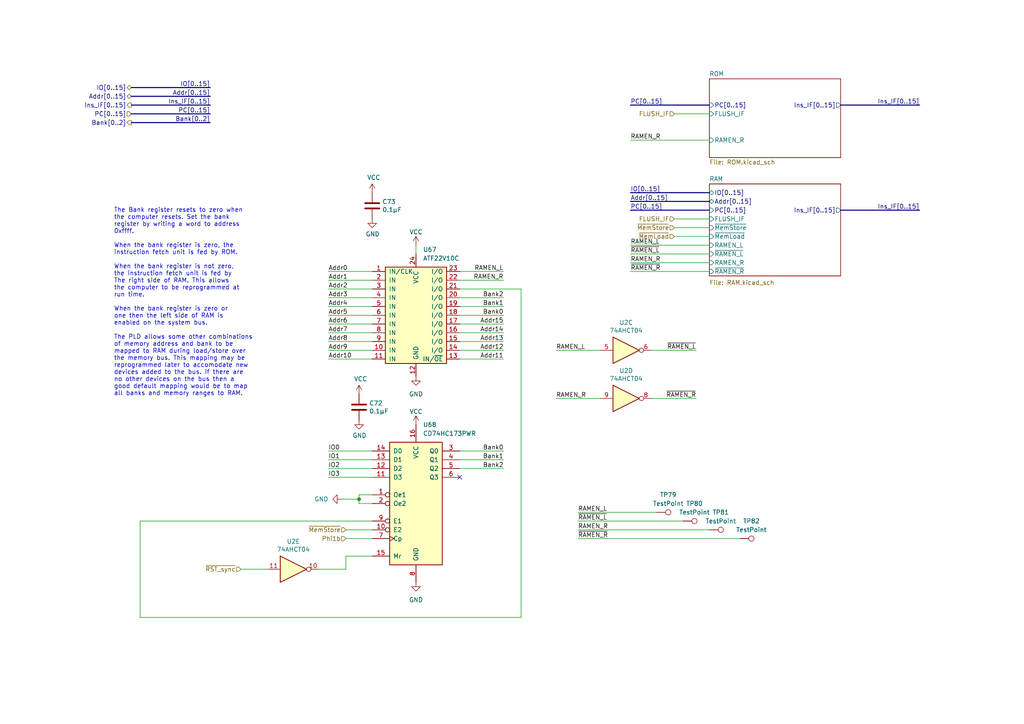
<source format=kicad_sch>
(kicad_sch (version 20230121) (generator eeschema)
  (paper "A4")
  (title_block (date "2023-11-20") (rev "A"))
  (lib_symbols
    (symbol "74xx:74LS04"
      (property "Reference" "U" (at 0 1.27 0))
      (property "Value" "74LS04" (at 0 -1.27 0))
      (symbol "74LS04_1_0"
        (polyline (pts (xy -3.81 3.81) (xy -3.81 -3.81) (xy 3.81 0) (xy -3.81 3.81)) (stroke (width 0.254)) (fill (type background)))
        (pin input line (at -7.62 0 0) (length 3.81) (name "~") (number "1"))
        (pin output inverted (at 7.62 0 180) (length 3.81) (name "~") (number "2"))
      )
      (symbol "74LS04_2_0"
        (polyline (pts (xy -3.81 3.81) (xy -3.81 -3.81) (xy 3.81 0) (xy -3.81 3.81)) (stroke (width 0.254)) (fill (type background)))
        (pin input line (at -7.62 0 0) (length 3.81) (name "~") (number "3"))
        (pin output inverted (at 7.62 0 180) (length 3.81) (name "~") (number "4"))
      )
      (symbol "74LS04_3_0"
        (polyline (pts (xy -3.81 3.81) (xy -3.81 -3.81) (xy 3.81 0) (xy -3.81 3.81)) (stroke (width 0.254)) (fill (type background)))
        (pin input line (at -7.62 0 0) (length 3.81) (name "~") (number "5"))
        (pin output inverted (at 7.62 0 180) (length 3.81) (name "~") (number "6"))
      )
      (symbol "74LS04_4_0"
        (polyline (pts (xy -3.81 3.81) (xy -3.81 -3.81) (xy 3.81 0) (xy -3.81 3.81)) (stroke (width 0.254)) (fill (type background)))
        (pin output inverted (at 7.62 0 180) (length 3.81) (name "~") (number "8"))
        (pin input line (at -7.62 0 0) (length 3.81) (name "~") (number "9"))
      )
      (symbol "74LS04_5_0"
        (polyline (pts (xy -3.81 3.81) (xy -3.81 -3.81) (xy 3.81 0) (xy -3.81 3.81)) (stroke (width 0.254)) (fill (type background)))
        (pin output inverted (at 7.62 0 180) (length 3.81) (name "~") (number "10"))
        (pin input line (at -7.62 0 0) (length 3.81) (name "~") (number "11"))
      )
      (symbol "74LS04_6_0"
        (polyline (pts (xy -3.81 3.81) (xy -3.81 -3.81) (xy 3.81 0) (xy -3.81 3.81)) (stroke (width 0.254)) (fill (type background)))
        (pin output inverted (at 7.62 0 180) (length 3.81) (name "~") (number "12"))
        (pin input line (at -7.62 0 0) (length 3.81) (name "~") (number "13"))
      )
      (symbol "74LS04_7_0"
        (pin power_in line (at 0 12.7 270) (length 5.08) (name "VCC") (number "14"))
        (pin power_in line (at 0 -12.7 90) (length 5.08) (name "GND") (number "7"))
      )
      (symbol "74LS04_7_1"
        (rectangle (start -5.08 7.62) (end 5.08 -7.62) (stroke (width 0.254)) (fill (type background)))
      )
    )
    (symbol "74xx:74LS173" (pin_names (offset 1.016))
      (property "Reference" "U" (at -7.62 19.05 0))
      (property "Value" "74LS173" (at -7.62 -19.05 0))
      (symbol "74LS173_1_0"
        (pin input inverted (at -12.7 2.54 0) (length 5.08) (name "Oe1") (number "1"))
        (pin input inverted (at -12.7 -7.62 0) (length 5.08) (name "E2") (number "10"))
        (pin input line (at -12.7 7.62 0) (length 5.08) (name "D3") (number "11"))
        (pin input line (at -12.7 10.16 0) (length 5.08) (name "D2") (number "12"))
        (pin input line (at -12.7 12.7 0) (length 5.08) (name "D1") (number "13"))
        (pin input line (at -12.7 15.24 0) (length 5.08) (name "D0") (number "14"))
        (pin input line (at -12.7 -15.24 0) (length 5.08) (name "Mr") (number "15"))
        (pin power_in line (at 0 22.86 270) (length 5.08) (name "VCC") (number "16"))
        (pin input inverted (at -12.7 0 0) (length 5.08) (name "Oe2") (number "2"))
        (pin tri_state line (at 12.7 15.24 180) (length 5.08) (name "Q0") (number "3"))
        (pin tri_state line (at 12.7 12.7 180) (length 5.08) (name "Q1") (number "4"))
        (pin tri_state line (at 12.7 10.16 180) (length 5.08) (name "Q2") (number "5"))
        (pin tri_state line (at 12.7 7.62 180) (length 5.08) (name "Q3") (number "6"))
        (pin input clock (at -12.7 -10.16 0) (length 5.08) (name "Cp") (number "7"))
        (pin power_in line (at 0 -22.86 90) (length 5.08) (name "GND") (number "8"))
        (pin input inverted (at -12.7 -5.08 0) (length 5.08) (name "E1") (number "9"))
      )
      (symbol "74LS173_1_1"
        (rectangle (start -7.62 17.78) (end 7.62 -17.78) (stroke (width 0.254)) (fill (type background)))
      )
    )
    (symbol "Connector:TestPoint" (pin_numbers hide) (pin_names (offset 0.762) hide)
      (property "Reference" "TP" (at 0 6.858 0))
      (property "Value" "TestPoint" (at 0 5.08 0))
      (symbol "TestPoint_0_1"
        (circle (center 0 3.302) (radius 0.762))
      )
      (symbol "TestPoint_1_1"
        (pin passive line (at 0 0 90) (length 2.54) (name "1") (number "1"))
      )
    )
    (symbol "Device:C" (pin_numbers hide) (pin_names (offset 0.254))
      (property "Reference" "C" (at 0.635 2.54 0))
      (property "Value" "C" (at 0.635 -2.54 0))
      (symbol "C_0_1"
        (polyline (pts (xy -2.032 -0.762) (xy 2.032 -0.762)) (stroke (width 0.508)))
        (polyline (pts (xy -2.032 0.762) (xy 2.032 0.762)) (stroke (width 0.508)))
      )
      (symbol "C_1_1"
        (pin passive line (at 0 3.81 270) (length 2.794) (name "~") (number "1"))
        (pin passive line (at 0 -3.81 90) (length 2.794) (name "~") (number "2"))
      )
    )
    (symbol "MEMModule-rescue:ATF22V10C-Logic_Programmable" (pin_names (offset 1.016))
      (property "Reference" "U" (at -7.62 17.78 0))
      (property "Value" "ATF22V10C-Logic_Programmable" (at -7.62 15.24 0))
      (symbol "ATF22V10C-Logic_Programmable_1_1"
        (rectangle (start -8.89 -15.24) (end 8.89 12.7) (stroke (width 0.254)) (fill (type background)))
        (pin input line (at -12.7 11.43 0) (length 3.81) (name "IN/CLK") (number "1"))
        (pin input line (at -12.7 -11.43 0) (length 3.81) (name "IN") (number "10"))
        (pin input line (at -12.7 -13.97 0) (length 3.81) (name "IN") (number "11"))
        (pin power_in line (at 0 -19.05 90) (length 3.81) (name "GND") (number "12"))
        (pin input line (at 12.7 -13.97 180) (length 3.81) (name "IN/~{OE}") (number "13"))
        (pin passive line (at 12.7 -11.43 180) (length 3.81) (name "I/O") (number "14"))
        (pin passive line (at 12.7 -8.89 180) (length 3.81) (name "I/O") (number "15"))
        (pin passive line (at 12.7 -6.35 180) (length 3.81) (name "I/O") (number "16"))
        (pin passive line (at 12.7 -3.81 180) (length 3.81) (name "I/O") (number "17"))
        (pin passive line (at 12.7 -1.27 180) (length 3.81) (name "I/O") (number "18"))
        (pin passive line (at 12.7 1.27 180) (length 3.81) (name "I/O") (number "19"))
        (pin input line (at -12.7 8.89 0) (length 3.81) (name "IN") (number "2"))
        (pin passive line (at 12.7 3.81 180) (length 3.81) (name "I/O") (number "20"))
        (pin passive line (at 12.7 6.35 180) (length 3.81) (name "I/O") (number "21"))
        (pin passive line (at 12.7 8.89 180) (length 3.81) (name "I/O") (number "22"))
        (pin passive line (at 12.7 11.43 180) (length 3.81) (name "I/O") (number "23"))
        (pin power_in line (at 0 16.51 270) (length 3.81) (name "VCC") (number "24"))
        (pin input line (at -12.7 6.35 0) (length 3.81) (name "IN") (number "3"))
        (pin input line (at -12.7 3.81 0) (length 3.81) (name "IN") (number "4"))
        (pin input line (at -12.7 1.27 0) (length 3.81) (name "IN") (number "5"))
        (pin input line (at -12.7 -1.27 0) (length 3.81) (name "IN") (number "6"))
        (pin input line (at -12.7 -3.81 0) (length 3.81) (name "IN") (number "7"))
        (pin input line (at -12.7 -6.35 0) (length 3.81) (name "IN") (number "8"))
        (pin input line (at -12.7 -8.89 0) (length 3.81) (name "IN") (number "9"))
      )
    )
    (symbol "power:GND" (power) (pin_names (offset 0))
      (property "Value" "GND" (at 0 -3.81 0))
      (symbol "GND_0_1"
        (polyline (pts (xy 0 0) (xy 0 -1.27) (xy 1.27 -1.27) (xy 0 -2.54) (xy -1.27 -1.27) (xy 0 -1.27)))
      )
      (symbol "GND_1_1"
        (pin power_in line (at 0 0 270) (length 0) hide (name "GND") (number "1"))
      )
    )
    (symbol "power:VCC" (power) (pin_names (offset 0))
      (property "Value" "VCC" (at 0 3.81 0))
      (symbol "VCC_0_1"
        (polyline (pts (xy -0.762 1.27) (xy 0 2.54)))
        (polyline (pts (xy 0 0) (xy 0 2.54)))
        (polyline (pts (xy 0 2.54) (xy 0.762 1.27)))
      )
      (symbol "VCC_1_1"
        (pin power_in line (at 0 0 90) (length 0) hide (name "VCC") (number "1"))
      )
    )
  )
  (junction (at 104.14 144.78))
  (no_connect (at 133.35 138.43))
  (wire (pts (xy 146.05 135.89) (xy 133.35 135.89)))
  (bus (pts (xy 243.84 60.96) (xy 266.7 60.96)))
  (wire (pts (xy 104.14 144.78) (xy 104.14 146.05)))
  (wire (pts (xy 95.25 135.89) (xy 107.95 135.89)))
  (wire (pts (xy 95.25 88.9) (xy 107.95 88.9)))
  (wire (pts (xy 146.05 78.74) (xy 133.35 78.74)))
  (bus (pts (xy 38.1 33.02) (xy 60.96 33.02)))
  (wire (pts (xy 100.33 165.1) (xy 100.33 161.29)))
  (bus (pts (xy 205.74 30.48) (xy 182.88 30.48)))
  (wire (pts (xy 95.25 138.43) (xy 107.95 138.43)))
  (wire (pts (xy 40.64 151.13) (xy 107.95 151.13)))
  (wire (pts (xy 95.25 133.35) (xy 107.95 133.35)))
  (bus (pts (xy 205.74 60.96) (xy 182.88 60.96)))
  (wire (pts (xy 95.25 130.81) (xy 107.95 130.81)))
  (wire (pts (xy 201.93 115.57) (xy 189.23 115.57)))
  (wire (pts (xy 182.88 40.64) (xy 205.74 40.64)))
  (wire (pts (xy 95.25 91.44) (xy 107.95 91.44)))
  (wire (pts (xy 146.05 91.44) (xy 133.35 91.44)))
  (wire (pts (xy 146.05 86.36) (xy 133.35 86.36)))
  (wire (pts (xy 146.05 104.14) (xy 133.35 104.14)))
  (wire (pts (xy 69.85 165.1) (xy 77.47 165.1)))
  (wire (pts (xy 95.25 81.28) (xy 107.95 81.28)))
  (wire (pts (xy 146.05 88.9) (xy 133.35 88.9)))
  (wire (pts (xy 99.06 144.78) (xy 104.14 144.78)))
  (wire (pts (xy 182.88 73.66) (xy 205.74 73.66)))
  (wire (pts (xy 146.05 133.35) (xy 133.35 133.35)))
  (bus (pts (xy 38.1 35.56) (xy 60.96 35.56)))
  (wire (pts (xy 95.25 101.6) (xy 107.95 101.6)))
  (wire (pts (xy 167.64 156.21) (xy 214.63 156.21)))
  (wire (pts (xy 195.58 68.58) (xy 205.74 68.58)))
  (wire (pts (xy 40.64 151.13) (xy 40.64 179.07)))
  (bus (pts (xy 205.74 55.88) (xy 182.88 55.88)))
  (wire (pts (xy 104.14 146.05) (xy 107.95 146.05)))
  (wire (pts (xy 151.13 83.82) (xy 151.13 179.07)))
  (wire (pts (xy 146.05 101.6) (xy 133.35 101.6)))
  (wire (pts (xy 133.35 83.82) (xy 151.13 83.82)))
  (bus (pts (xy 38.1 30.48) (xy 60.96 30.48)))
  (wire (pts (xy 146.05 99.06) (xy 133.35 99.06)))
  (bus (pts (xy 205.74 58.42) (xy 182.88 58.42)))
  (wire (pts (xy 195.58 33.02) (xy 205.74 33.02)))
  (wire (pts (xy 95.25 83.82) (xy 107.95 83.82)))
  (wire (pts (xy 146.05 81.28) (xy 133.35 81.28)))
  (wire (pts (xy 146.05 93.98) (xy 133.35 93.98)))
  (wire (pts (xy 182.88 78.74) (xy 205.74 78.74)))
  (wire (pts (xy 95.25 99.06) (xy 107.95 99.06)))
  (wire (pts (xy 95.25 104.14) (xy 107.95 104.14)))
  (wire (pts (xy 95.25 78.74) (xy 107.95 78.74)))
  (wire (pts (xy 92.71 165.1) (xy 100.33 165.1)))
  (wire (pts (xy 100.33 161.29) (xy 107.95 161.29)))
  (wire (pts (xy 120.65 71.12) (xy 120.65 73.66)))
  (wire (pts (xy 100.33 153.67) (xy 107.95 153.67)))
  (wire (pts (xy 95.25 96.52) (xy 107.95 96.52)))
  (wire (pts (xy 100.33 156.21) (xy 107.95 156.21)))
  (wire (pts (xy 182.88 71.12) (xy 205.74 71.12)))
  (wire (pts (xy 167.64 148.59) (xy 190.5 148.59)))
  (wire (pts (xy 95.25 86.36) (xy 107.95 86.36)))
  (wire (pts (xy 95.25 93.98) (xy 107.95 93.98)))
  (wire (pts (xy 195.58 63.5) (xy 205.74 63.5)))
  (wire (pts (xy 201.93 101.6) (xy 189.23 101.6)))
  (wire (pts (xy 167.64 151.13) (xy 198.12 151.13)))
  (bus (pts (xy 38.1 25.4) (xy 60.96 25.4)))
  (wire (pts (xy 146.05 130.81) (xy 133.35 130.81)))
  (wire (pts (xy 40.64 179.07) (xy 151.13 179.07)))
  (wire (pts (xy 167.64 153.67) (xy 205.74 153.67)))
  (wire (pts (xy 104.14 143.51) (xy 104.14 144.78)))
  (wire (pts (xy 161.29 101.6) (xy 173.99 101.6)))
  (bus (pts (xy 38.1 27.94) (xy 60.96 27.94)))
  (wire (pts (xy 107.95 143.51) (xy 104.14 143.51)))
  (wire (pts (xy 146.05 96.52) (xy 133.35 96.52)))
  (wire (pts (xy 182.88 76.2) (xy 205.74 76.2)))
  (bus (pts (xy 243.84 30.48) (xy 266.7 30.48)))
  (wire (pts (xy 161.29 115.57) (xy 173.99 115.57)))
  (wire (pts (xy 195.58 66.04) (xy 205.74 66.04)))
  (text "The Bank register resets to zero when\nthe computer resets. Set the bank\nregister by writing a word to address\n0xffff.\n\nWhen the bank register is zero, the\ninstruction fetch unit is fed by ROM.\n\nWhen the bank register is not zero,\nthe instruction fetch unit is fed by\nThe right side of RAM. This allows\nthe computer to be reprogrammed at\nrun time.\n\nWhen the bank register is zero or\none then the left side of RAM is\nenabled on the system bus.\n\nThe PLD allows some other combinations\nof memory address and bank to be\nmapped to RAM during load/store over\nthe memory bus. This mapping may be\nreprogrammed later to accomodate new\ndevices added to the bus. If there are\nno other devices on the bus then a\ngood default mapping would be to map\nall banks and memory ranges to RAM." (at 33.02 114.935 0) (effects (font (size 1.27 1.27)) (justify left bottom)))
  (label "Addr15" (at 146.05 93.98 180))
  (label "~{RAMEN_L}" (at 182.88 73.66 0))
  (label "Addr7" (at 95.25 96.52 0))
  (label "Addr1" (at 95.25 81.28 0))
  (label "RAMEN_L" (at 167.64 148.59 0))
  (label "~{RAMEN_R}" (at 167.64 156.21 0))
  (label "RAMEN_L" (at 182.88 71.12 0))
  (label "Addr9" (at 95.25 101.6 0))
  (label "PC[0..15]" (at 182.88 30.48 0))
  (label "Addr13" (at 146.05 99.06 180))
  (label "RAMEN_R" (at 167.64 153.67 0))
  (label "Addr14" (at 146.05 96.52 180))
  (label "~{RAMEN_R}" (at 201.93 115.57 180))
  (label "Bank0" (at 146.05 91.44 180))
  (label "Addr[0..15]" (at 182.88 58.42 0))
  (label "Bank1" (at 146.05 133.35 180))
  (label "Addr3" (at 95.25 86.36 0))
  (label "Bank[0..2]" (at 60.96 35.56 180))
  (label "Addr6" (at 95.25 93.98 0))
  (label "Ins_IF[0..15]" (at 266.7 30.48 180))
  (label "RAMEN_L" (at 161.29 101.6 0))
  (label "RAMEN_R" (at 182.88 76.2 0))
  (label "IO2" (at 95.25 135.89 0))
  (label "Addr11" (at 146.05 104.14 180))
  (label "~{RAMEN_L}" (at 201.93 101.6 180))
  (label "Ins_IF[0..15]" (at 60.96 30.48 180))
  (label "~{RAMEN_L}" (at 167.64 151.13 0))
  (label "Addr10" (at 95.25 104.14 0))
  (label "Addr5" (at 95.25 91.44 0))
  (label "Ins_IF[0..15]" (at 266.7 60.96 180))
  (label "Bank0" (at 146.05 130.81 180))
  (label "Addr0" (at 95.25 78.74 0))
  (label "IO[0..15]" (at 60.96 25.4 180))
  (label "PC[0..15]" (at 60.96 33.02 180))
  (label "Addr8" (at 95.25 99.06 0))
  (label "Addr2" (at 95.25 83.82 0))
  (label "Bank2" (at 146.05 86.36 180))
  (label "RAMEN_R" (at 146.05 81.28 180))
  (label "Addr4" (at 95.25 88.9 0))
  (label "IO1" (at 95.25 133.35 0))
  (label "Bank1" (at 146.05 88.9 180))
  (label "IO[0..15]" (at 182.88 55.88 0))
  (label "Bank2" (at 146.05 135.89 180))
  (label "PC[0..15]" (at 182.88 60.96 0))
  (label "RAMEN_R" (at 161.29 115.57 0))
  (label "RAMEN_R" (at 182.88 40.64 0))
  (label "IO0" (at 95.25 130.81 0))
  (label "RAMEN_L" (at 146.05 78.74 180))
  (label "IO3" (at 95.25 138.43 0))
  (label "Addr[0..15]" (at 60.96 27.94 180))
  (label "~{RAMEN_R}" (at 182.88 78.74 0))
  (label "Addr12" (at 146.05 101.6 180))
  (hierarchical_label "Phi1b" (shape input) (at 100.33 156.21 180))
  (hierarchical_label "PC[0..15]" (shape input) (at 38.1 33.02 180))
  (hierarchical_label "~{MemStore}" (shape input) (at 100.33 153.67 180))
  (hierarchical_label "IO[0..15]" (shape tri_state) (at 38.1 25.4 180))
  (hierarchical_label "~{RST_sync}" (shape input) (at 69.85 165.1 180))
  (hierarchical_label "Addr[0..15]" (shape tri_state) (at 38.1 27.94 180))
  (hierarchical_label "Bank[0..2]" (shape output) (at 38.1 35.56 180))
  (hierarchical_label "~{MemStore}" (shape input) (at 195.58 66.04 180))
  (hierarchical_label "FLUSH_IF" (shape input) (at 195.58 33.02 180))
  (hierarchical_label "Ins_IF[0..15]" (shape output) (at 38.1 30.48 180))
  (hierarchical_label "~{MemLoad}" (shape input) (at 195.58 68.58 180))
  (hierarchical_label "FLUSH_IF" (shape input) (at 195.58 63.5 180))
  (symbol (lib_id "MEMModule-rescue:ATF22V10C-Logic_Programmable") (at 120.65 90.17 0) (unit 1)
    (property "Reference" "U67" (at 122.6694 72.39 0) (effects (justify left)))
    (property "Value" "ATF22V10C" (at 122.6694 74.93 0) (effects (justify left)))
    (property "Footprint" "Package_DIP:DIP-24_W7.62mm_Socket" (effects hide))
  )
  (symbol (lib_id "power:GND") (at 104.14 121.92 0) (unit 1)
    (property "Reference" "#PWR0406" (effects hide))
    (property "Value" "GND" (at 104.267 126.3142 0))
  )
  (symbol (lib_id "74xx:74LS04") (at 181.61 115.57 0) (unit 4)
    (property "Reference" "U2" (at 181.61 107.5182 0))
    (property "Value" "74AHCT04" (at 181.61 109.8296 0))
    (property "Footprint" "Package_SO:TSSOP-14_4.4x5mm_P0.65mm" (effects hide))
    (property "Datasheet" "https://www.mouser.com/datasheet/2/916/74AHCT04A-1545508.pdf" (effects hide))
    (property "Mouser" "https://www.mouser.com/ProductDetail/Nexperia/74AHCT04APWJ?qs=5aG0NVq1C4yf8jbQquj09Q==" (effects hide))
    (instances (project "ProcessorBoard" (path "" (reference "U2") (unit 4)) (path "" (reference "U66") (unit 4))))
  )
  (symbol (lib_id "power:GND") (at 99.06 144.78 270) (unit 1)
    (property "Reference" "#PWR0404" (effects hide))
    (property "Value" "GND" (at 95.25 144.7799 90) (effects (justify right)))
  )
  (symbol (lib_id "Device:C") (at 107.95 59.69 0) (unit 1)
    (property "Reference" "C73" (at 110.871 58.5216 0) (effects (justify left)))
    (property "Value" "0.1μF" (at 110.871 60.833 0) (effects (justify left)))
    (property "Footprint" "Capacitor_SMD:C_0603_1608Metric_Pad1.08x0.95mm_HandSolder" (effects hide))
    (property "Mouser" "https://www.mouser.com/ProductDetail/963-EMK107B7104KAHT" (effects hide))
  )
  (symbol (lib_id "Device:C") (at 104.14 118.11 0) (unit 1)
    (property "Reference" "C72" (at 107.061 116.9416 0) (effects (justify left)))
    (property "Value" "0.1μF" (at 107.061 119.253 0) (effects (justify left)))
    (property "Footprint" "Capacitor_SMD:C_0603_1608Metric_Pad1.08x0.95mm_HandSolder" (effects hide))
    (property "Mouser" "https://www.mouser.com/ProductDetail/963-EMK107B7104KAHT" (effects hide))
  )
  (symbol (lib_id "Connector:TestPoint") (at 214.63 156.21 270) (mirror x) (unit 1)
    (property "Reference" "TP82" (at 217.932 151.13 90))
    (property "Value" "TestPoint" (at 217.932 153.67 90))
    (property "Footprint" "TestPoint:TestPoint_Pad_D1.0mm" (effects hide))
  )
  (symbol (lib_id "74xx:74LS04") (at 85.09 165.1 0) (unit 5)
    (property "Reference" "U2" (at 85.09 157.0482 0))
    (property "Value" "74AHCT04" (at 85.09 159.3596 0))
    (property "Footprint" "Package_SO:TSSOP-14_4.4x5mm_P0.65mm" (effects hide))
    (property "Datasheet" "https://www.mouser.com/datasheet/2/916/74AHCT04A-1545508.pdf" (effects hide))
    (property "Mouser" "https://www.mouser.com/ProductDetail/Nexperia/74AHCT04APWJ?qs=5aG0NVq1C4yf8jbQquj09Q==" (effects hide))
    (instances (project "ProcessorBoard" (path "" (reference "U2") (unit 5)) (path "" (reference "U66") (unit 5))))
  )
  (symbol (lib_id "74xx:74LS04") (at 181.61 101.6 0) (unit 3)
    (property "Reference" "U2" (at 181.61 93.5482 0))
    (property "Value" "74AHCT04" (at 181.61 95.8596 0))
    (property "Footprint" "Package_SO:TSSOP-14_4.4x5mm_P0.65mm" (effects hide))
    (property "Datasheet" "https://www.mouser.com/datasheet/2/916/74AHCT04A-1545508.pdf" (effects hide))
    (property "Mouser" "https://www.mouser.com/ProductDetail/Nexperia/74AHCT04APWJ?qs=5aG0NVq1C4yf8jbQquj09Q==" (effects hide))
    (instances (project "ProcessorBoard" (path "" (reference "U2") (unit 3)) (path "" (reference "U66") (unit 3))))
  )
  (symbol (lib_id "power:GND") (at 120.65 168.91 0) (unit 1)
    (property "Reference" "#PWR0412" (effects hide))
    (property "Value" "GND" (at 120.65 173.99 0))
  )
  (symbol (lib_id "power:GND") (at 120.65 109.22 0) (unit 1)
    (property "Reference" "#PWR0410" (effects hide))
    (property "Value" "GND" (at 120.65 114.3 0))
  )
  (symbol (lib_id "74xx:74LS173") (at 120.65 146.05 0) (unit 1)
    (property "Reference" "U68" (at 122.6694 123.19 0) (effects (justify left)))
    (property "Value" "CD74HC173PWR" (at 122.6694 125.73 0) (effects (justify left)))
    (property "Footprint" "Package_SO:TSSOP-16_4.4x5mm_P0.65mm" (effects hide))
    (property "Datasheet" "http://www.ti.com/general/docs/suppproductinfo.tsp?distId=26&gotoUrl=http%3A%2F%2Fwww.ti.com%2Flit%2Fgpn%2Fcd74hc173" (effects hide))
    (property "Mouser" "https://www.mouser.com/ProductDetail/Texas-Instruments/CD74HC173PWR?qs=JD1fk4stihbsXf8KpXAZKQ%3D%3D" (effects hide))
  )
  (symbol (lib_id "Connector:TestPoint") (at 205.74 153.67 270) (mirror x) (unit 1)
    (property "Reference" "TP81" (at 209.042 148.59 90))
    (property "Value" "TestPoint" (at 209.042 151.13 90))
    (property "Footprint" "TestPoint:TestPoint_Pad_D1.0mm" (effects hide))
  )
  (symbol (lib_id "power:VCC") (at 120.65 123.19 0) (unit 1)
    (property "Reference" "#PWR0411" (effects hide))
    (property "Value" "VCC" (at 120.65 119.38 0))
  )
  (symbol (lib_id "power:GND") (at 107.95 63.5 0) (unit 1)
    (property "Reference" "#PWR0408" (effects hide))
    (property "Value" "GND" (at 108.077 67.8942 0))
  )
  (symbol (lib_id "Connector:TestPoint") (at 190.5 148.59 270) (mirror x) (unit 1)
    (property "Reference" "TP79" (at 193.802 143.51 90))
    (property "Value" "TestPoint" (at 193.802 146.05 90))
    (property "Footprint" "TestPoint:TestPoint_Pad_D1.0mm" (effects hide))
  )
  (symbol (lib_id "power:VCC") (at 104.14 114.3 0) (unit 1)
    (property "Reference" "#PWR0405" (effects hide))
    (property "Value" "VCC" (at 104.5718 109.9058 0))
  )
  (symbol (lib_id "power:VCC") (at 107.95 55.88 0) (unit 1)
    (property "Reference" "#PWR0407" (effects hide))
    (property "Value" "VCC" (at 108.3818 51.4858 0))
  )
  (symbol (lib_id "Connector:TestPoint") (at 198.12 151.13 270) (mirror x) (unit 1)
    (property "Reference" "TP80" (at 201.422 146.05 90))
    (property "Value" "TestPoint" (at 201.422 148.59 90))
    (property "Footprint" "TestPoint:TestPoint_Pad_D1.0mm" (effects hide))
  )
  (symbol (lib_id "power:VCC") (at 120.65 71.12 0) (unit 1)
    (property "Reference" "#PWR0409" (effects hide))
    (property "Value" "VCC" (at 120.65 67.31 0))
  )
  (sheet (at 205.74 22.86) (size 38.1 22.86) (stroke (width 0.1524))
    (property "Sheetname" "ROM" (at 205.74 22.1484 0) (effects (justify left bottom)))
    (property "Sheetfile" "ROM.kicad_sch" (at 205.74 46.3046 0) (effects (justify left top)))
    (pin "RAMEN_R" input (at 205.74 40.64 180))
    (pin "FLUSH_IF" input (at 205.74 33.02 180))
    (pin "PC[0..15]" input (at 205.74 30.48 180))
    (pin "Ins_IF[0..15]" output (at 243.84 30.48 0))
  )
  (sheet (at 205.74 53.34) (size 38.1 26.67) (stroke (width 0.1524))
    (property "Sheetname" "RAM" (at 205.74 52.6284 0) (effects (justify left bottom)))
    (property "Sheetfile" "RAM.kicad_sch" (at 205.74 81.2296 0) (effects (justify left top)))
    (pin "Ins_IF[0..15]" output (at 243.84 60.96 0))
    (pin "IO[0..15]" tri_state (at 205.74 55.88 180))
    (pin "Addr[0..15]" tri_state (at 205.74 58.42 180))
    (pin "PC[0..15]" input (at 205.74 60.96 180))
    (pin "FLUSH_IF" input (at 205.74 63.5 180))
    (pin "~{MemStore}" input (at 205.74 66.04 180))
    (pin "~{MemLoad}" input (at 205.74 68.58 180))
    (pin "~{RAMEN_L}" input (at 205.74 73.66 180))
    (pin "~{RAMEN_R}" input (at 205.74 78.74 180))
    (pin "RAMEN_R" input (at 205.74 76.2 180))
    (pin "RAMEN_L" input (at 205.74 71.12 180))
  )
)
</source>
